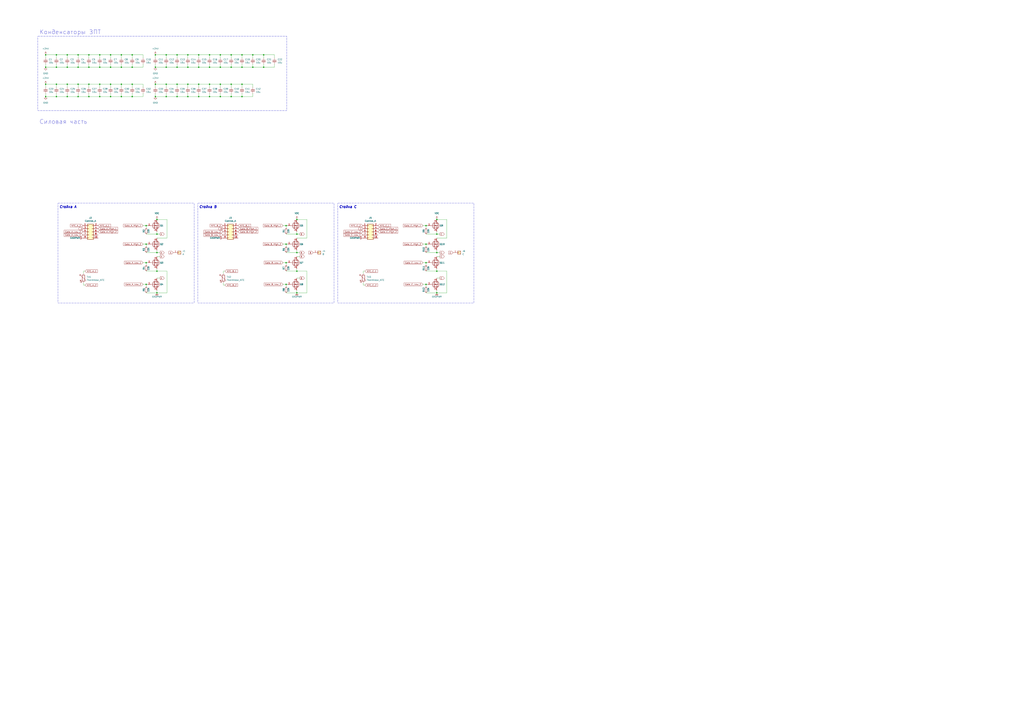
<source format=kicad_sch>
(kicad_sch (version 20231120) (generator "eeschema") (generator_version "8.0")
  (paper "A1")
  (lib_symbols
    (symbol "Connector_Generic:Conn_01x01" (pin_names (offset 1.016) hide)
      (property "Reference" "J" (at 0 2.54 0))
      (property "Value" "Conn_01x01" (at 0 -2.54 0))
      (symbol "Conn_01x01_1_1"
        (pin passive line (at -5.08 0 0) (length 3.81) (name "Pin_1") (number "1"))
      )
    )
    (symbol "Connector_Generic:Conn_02x05_Odd_Even" (pin_names (offset 1.016) hide)
      (property "Reference" "J" (at 1.27 7.62 0))
      (property "Value" "Conn_02x05_Odd_Even" (at 1.27 -7.62 0))
      (symbol "Conn_02x05_Odd_Even_1_1"
        (pin passive line (at -5.08 5.08 0) (length 3.81) (name "Pin_1") (number "1"))
        (pin passive line (at 7.62 -5.08 180) (length 3.81) (name "Pin_10") (number "10"))
        (pin passive line (at 7.62 5.08 180) (length 3.81) (name "Pin_2") (number "2"))
        (pin passive line (at -5.08 2.54 0) (length 3.81) (name "Pin_3") (number "3"))
        (pin passive line (at 7.62 2.54 180) (length 3.81) (name "Pin_4") (number "4"))
        (pin passive line (at -5.08 0 0) (length 3.81) (name "Pin_5") (number "5"))
        (pin passive line (at 7.62 0 180) (length 3.81) (name "Pin_6") (number "6"))
        (pin passive line (at -5.08 -2.54 0) (length 3.81) (name "Pin_7") (number "7"))
        (pin passive line (at 7.62 -2.54 180) (length 3.81) (name "Pin_8") (number "8"))
        (pin passive line (at -5.08 -5.08 0) (length 3.81) (name "Pin_9") (number "9"))
      )
    )
    (symbol "Device:C_Small" (pin_numbers hide) (pin_names (offset 0.254) hide)
      (property "Reference" "C" (at 0.254 1.778 0))
      (property "Value" "C_Small" (at 0.254 -2.032 0))
      (symbol "C_Small_1_1"
        (pin passive line (at 0 2.54 270) (length 2.032) (name "~") (number "1"))
        (pin passive line (at 0 -2.54 90) (length 2.032) (name "~") (number "2"))
      )
    )
    (symbol "Device:R_Small" (pin_numbers hide) (pin_names (offset 0.254) hide)
      (property "Reference" "R" (at 0.762 0.508 0))
      (property "Value" "R_Small" (at 0.762 -1.016 0))
      (symbol "R_Small_1_1"
        (pin passive line (at 0 2.54 270) (length 0.762) (name "~") (number "1"))
        (pin passive line (at 0 -2.54 90) (length 0.762) (name "~") (number "2"))
      )
    )
    (symbol "Device:Thermistor_NTC" (pin_numbers hide) (pin_names (offset 0))
      (property "Reference" "TH" (at -4.445 0 90))
      (property "Value" "Thermistor_NTC" (at 3.175 0 90))
      (symbol "Thermistor_NTC_1_1"
        (pin passive line (at 0 3.81 270) (length 1.27) (name "~") (number "1"))
        (pin passive line (at 0 -3.81 90) (length 1.27) (name "~") (number "2"))
      )
    )
    (symbol "Transistor_FET:2N7002" (pin_names hide)
      (property "Reference" "Q" (at 5.08 1.905 0))
      (property "Value" "2N7002" (at 5.08 0 0))
      (symbol "2N7002_1_1"
        (pin input line (at -5.08 0 0) (length 2.54) (name "G") (number "1"))
        (pin passive line (at 2.54 -5.08 90) (length 2.54) (name "S") (number "2"))
        (pin passive line (at 2.54 5.08 270) (length 2.54) (name "D") (number "3"))
      )
    )
    (symbol "power:+24V" (power) (pin_names (offset 0))
      (property "Value" "+24V" (at 0 3.556 0))
      (symbol "+24V_1_1"
        (pin power_in line (at 0 0 90) (length 0) hide (name "+24V") (number "1"))
      )
    )
    (symbol "power:GND" (power) (pin_names (offset 0))
      (property "Value" "GND" (at 0 -3.81 0))
      (symbol "GND_1_1"
        (pin power_in line (at 0 0 270) (length 0) hide (name "GND") (number "1"))
      )
    )
    (symbol "power:GNDPWR" (power) (pin_numbers hide) (pin_names (offset 0) hide)
      (property "Value" "GNDPWR" (at 0 -3.302 0))
      (symbol "GNDPWR_1_1"
        (pin power_in line (at 0 0 270) (length 0) (name "~") (number "1"))
      )
    )
    (symbol "power:VDC" (power) (pin_numbers hide) (pin_names (offset 0) hide)
      (property "Value" "VDC" (at 0 3.556 0))
      (symbol "VDC_1_1"
        (pin power_in line (at 0 0 90) (length 0) (name "~") (number "1"))
      )
    )
  )
  (junction (at 99.695 45.085))
  (junction (at 358.775 207.645))
  (junction (at 64.135 79.375))
  (junction (at 128.905 192.405))
  (junction (at 90.805 69.215))
  (junction (at 127.635 69.215))
  (junction (at 243.84 207.645))
  (junction (at 120.015 233.68))
  (junction (at 163.195 55.245))
  (junction (at 172.085 69.215))
  (junction (at 243.84 180.34))
  (junction (at 108.585 79.375))
  (junction (at 154.305 45.085))
  (junction (at 37.465 69.215))
  (junction (at 46.355 79.375))
  (junction (at 55.245 79.375))
  (junction (at 145.415 69.215))
  (junction (at 180.975 45.085))
  (junction (at 145.415 45.085))
  (junction (at 349.885 233.68))
  (junction (at 55.245 45.085))
  (junction (at 127.635 79.375))
  (junction (at 180.975 79.375))
  (junction (at 128.905 180.34))
  (junction (at 154.305 79.375))
  (junction (at 46.355 69.215))
  (junction (at 108.585 45.085))
  (junction (at 145.415 55.245))
  (junction (at 234.95 200.66))
  (junction (at 46.355 55.245))
  (junction (at 180.975 69.215))
  (junction (at 136.525 55.245))
  (junction (at 73.025 55.245))
  (junction (at 145.415 79.375))
  (junction (at 243.84 240.665))
  (junction (at 55.245 55.245))
  (junction (at 128.905 222.885))
  (junction (at 189.865 69.215))
  (junction (at 358.775 180.34))
  (junction (at 207.645 55.245))
  (junction (at 189.865 55.245))
  (junction (at 154.305 55.245))
  (junction (at 243.84 222.885))
  (junction (at 358.775 240.665))
  (junction (at 172.085 55.245))
  (junction (at 73.025 69.215))
  (junction (at 234.95 233.68))
  (junction (at 349.885 185.42))
  (junction (at 90.805 79.375))
  (junction (at 349.885 200.66))
  (junction (at 136.525 69.215))
  (junction (at 120.015 215.9))
  (junction (at 90.805 55.245))
  (junction (at 234.95 185.42))
  (junction (at 154.305 69.215))
  (junction (at 189.865 45.085))
  (junction (at 37.465 45.085))
  (junction (at 198.755 45.085))
  (junction (at 120.015 200.66))
  (junction (at 198.755 55.245))
  (junction (at 358.775 222.885))
  (junction (at 64.135 55.245))
  (junction (at 37.465 55.245))
  (junction (at 108.585 69.215))
  (junction (at 349.885 215.9))
  (junction (at 81.915 79.375))
  (junction (at 163.195 45.085))
  (junction (at 234.95 215.9))
  (junction (at 37.465 79.375))
  (junction (at 198.755 79.375))
  (junction (at 136.525 79.375))
  (junction (at 243.84 192.405))
  (junction (at 81.915 69.215))
  (junction (at 172.085 79.375))
  (junction (at 99.695 55.245))
  (junction (at 64.135 69.215))
  (junction (at 207.645 45.085))
  (junction (at 172.085 45.085))
  (junction (at 120.015 185.42))
  (junction (at 127.635 45.085))
  (junction (at 198.755 69.215))
  (junction (at 108.585 55.245))
  (junction (at 127.635 55.245))
  (junction (at 73.025 79.375))
  (junction (at 136.525 45.085))
  (junction (at 81.915 45.085))
  (junction (at 128.905 207.645))
  (junction (at 73.025 45.085))
  (junction (at 163.195 69.215))
  (junction (at 99.695 69.215))
  (junction (at 55.245 69.215))
  (junction (at 163.195 79.375))
  (junction (at 99.695 79.375))
  (junction (at 216.535 55.245))
  (junction (at 180.975 55.245))
  (junction (at 90.805 45.085))
  (junction (at 128.905 240.665))
  (junction (at 189.865 79.375))
  (junction (at 81.915 55.245))
  (junction (at 46.355 45.085))
  (junction (at 216.535 45.085))
  (junction (at 64.135 45.085))
  (junction (at 358.775 192.405))
  (wire (pts (xy 108.585 55.245) (xy 117.475 55.245)))
  (wire (pts (xy 117.475 71.755) (xy 117.475 69.215)))
  (wire (pts (xy 207.645 71.755) (xy 207.645 69.215)))
  (wire (pts (xy 128.905 228.6) (xy 131.445 228.6)))
  (wire (pts (xy 99.695 69.215) (xy 108.585 69.215)))
  (wire (pts (xy 172.085 45.085) (xy 172.085 47.625)))
  (wire (pts (xy 243.84 192.405) (xy 234.95 192.405)))
  (wire (pts (xy 120.015 233.68) (xy 121.285 233.68)))
  (wire (pts (xy 55.245 47.625) (xy 55.245 45.085)))
  (wire (pts (xy 347.345 233.68) (xy 349.885 233.68)))
  (wire (pts (xy 243.84 228.6) (xy 246.38 228.6)))
  (wire (pts (xy 172.085 69.215) (xy 180.975 69.215)))
  (wire (pts (xy 46.355 76.835) (xy 46.355 79.375)))
  (wire (pts (xy 232.41 200.66) (xy 234.95 200.66)))
  (wire (pts (xy 99.695 52.705) (xy 99.695 55.245)))
  (wire (pts (xy 243.84 210.82) (xy 246.38 210.82)))
  (wire (pts (xy 46.355 79.375) (xy 55.245 79.375)))
  (wire (pts (xy 128.905 238.76) (xy 128.905 240.665)))
  (wire (pts (xy 127.635 55.245) (xy 136.525 55.245)))
  (wire (pts (xy 243.84 207.645) (xy 246.38 207.645)))
  (wire (pts (xy 358.775 240.665) (xy 367.03 240.665)))
  (wire (pts (xy 55.245 76.835) (xy 55.245 79.375)))
  (wire (pts (xy 81.915 69.215) (xy 81.915 71.755)))
  (wire (pts (xy 358.775 205.74) (xy 358.775 207.645)))
  (wire (pts (xy 189.865 76.835) (xy 189.865 79.375)))
  (wire (pts (xy 189.865 71.755) (xy 189.865 69.215)))
  (wire (pts (xy 90.805 69.215) (xy 99.695 69.215)))
  (wire (pts (xy 234.95 233.68) (xy 234.95 235.585)))
  (wire (pts (xy 198.755 76.835) (xy 198.755 79.375)))
  (wire (pts (xy 145.415 55.245) (xy 154.305 55.245)))
  (wire (pts (xy 163.195 47.625) (xy 163.195 45.085)))
  (wire (pts (xy 46.355 45.085) (xy 46.355 47.625)))
  (wire (pts (xy 232.41 215.9) (xy 234.95 215.9)))
  (wire (pts (xy 128.905 240.665) (xy 120.015 240.665)))
  (wire (pts (xy 243.84 240.665) (xy 234.95 240.665)))
  (wire (pts (xy 243.84 207.645) (xy 234.95 207.645)))
  (wire (pts (xy 37.465 76.835) (xy 37.465 79.375)))
  (wire (pts (xy 184.785 234.315) (xy 183.515 234.315)))
  (wire (pts (xy 120.015 215.9) (xy 121.285 215.9)))
  (wire (pts (xy 358.775 207.645) (xy 349.885 207.645)))
  (wire (pts (xy 349.885 200.66) (xy 351.155 200.66)))
  (wire (pts (xy 163.195 69.215) (xy 172.085 69.215)))
  (wire (pts (xy 46.355 69.215) (xy 46.355 71.755)))
  (wire (pts (xy 243.84 192.405) (xy 246.38 192.405)))
  (wire (pts (xy 154.305 76.835) (xy 154.305 79.375)))
  (wire (pts (xy 99.695 79.375) (xy 108.585 79.375)))
  (wire (pts (xy 46.355 45.085) (xy 55.245 45.085)))
  (wire (pts (xy 252.095 195.58) (xy 252.095 180.34)))
  (wire (pts (xy 198.755 45.085) (xy 207.645 45.085)))
  (wire (pts (xy 127.635 52.705) (xy 127.635 55.245)))
  (wire (pts (xy 172.085 76.835) (xy 172.085 79.375)))
  (wire (pts (xy 117.475 233.68) (xy 120.015 233.68)))
  (wire (pts (xy 183.515 234.315) (xy 183.515 232.41)))
  (wire (pts (xy 128.905 222.885) (xy 120.015 222.885)))
  (wire (pts (xy 243.84 195.58) (xy 252.095 195.58)))
  (wire (pts (xy 108.585 47.625) (xy 108.585 45.085)))
  (wire (pts (xy 46.355 52.705) (xy 46.355 55.245)))
  (wire (pts (xy 99.695 47.625) (xy 99.695 45.085)))
  (wire (pts (xy 90.805 55.245) (xy 99.695 55.245)))
  (wire (pts (xy 64.135 76.835) (xy 64.135 79.375)))
  (wire (pts (xy 299.72 222.885) (xy 298.45 222.885)))
  (wire (pts (xy 299.72 234.315) (xy 298.45 234.315)))
  (wire (pts (xy 128.905 195.58) (xy 137.16 195.58)))
  (wire (pts (xy 108.585 52.705) (xy 108.585 55.245)))
  (wire (pts (xy 349.885 200.66) (xy 349.885 202.565)))
  (wire (pts (xy 358.775 192.405) (xy 361.315 192.405)))
  (wire (pts (xy 68.58 234.315) (xy 68.58 232.41)))
  (wire (pts (xy 136.525 76.835) (xy 136.525 79.375)))
  (wire (pts (xy 347.345 185.42) (xy 349.885 185.42)))
  (wire (pts (xy 137.16 222.885) (xy 137.16 240.665)))
  (wire (pts (xy 55.245 52.705) (xy 55.245 55.245)))
  (wire (pts (xy 136.525 79.375) (xy 145.415 79.375)))
  (wire (pts (xy 128.905 220.98) (xy 128.905 222.885)))
  (wire (pts (xy 90.805 71.755) (xy 90.805 69.215)))
  (wire (pts (xy 64.135 71.755) (xy 64.135 69.215)))
  (wire (pts (xy 90.805 76.835) (xy 90.805 79.375)))
  (wire (pts (xy 90.805 52.705) (xy 90.805 55.245)))
  (wire (pts (xy 234.95 185.42) (xy 234.95 187.325)))
  (wire (pts (xy 172.085 71.755) (xy 172.085 69.215)))
  (wire (pts (xy 136.525 55.245) (xy 145.415 55.245)))
  (wire (pts (xy 358.775 195.58) (xy 367.03 195.58)))
  (wire (pts (xy 189.865 47.625) (xy 189.865 45.085)))
  (wire (pts (xy 117.475 52.705) (xy 117.475 55.245)))
  (wire (pts (xy 189.865 55.245) (xy 198.755 55.245)))
  (wire (pts (xy 298.45 234.315) (xy 298.45 232.41)))
  (wire (pts (xy 234.95 185.42) (xy 236.22 185.42)))
  (wire (pts (xy 154.305 47.625) (xy 154.305 45.085)))
  (wire (pts (xy 189.865 52.705) (xy 189.865 55.245)))
  (wire (pts (xy 117.475 47.625) (xy 117.475 45.085)))
  (wire (pts (xy 73.025 76.835) (xy 73.025 79.375)))
  (wire (pts (xy 154.305 69.215) (xy 163.195 69.215)))
  (wire (pts (xy 73.025 47.625) (xy 73.025 45.085)))
  (wire (pts (xy 349.885 215.9) (xy 349.885 217.805)))
  (wire (pts (xy 128.905 190.5) (xy 128.905 192.405)))
  (wire (pts (xy 243.84 222.885) (xy 252.095 222.885)))
  (wire (pts (xy 349.885 233.68) (xy 351.155 233.68)))
  (wire (pts (xy 216.535 47.625) (xy 216.535 45.085)))
  (wire (pts (xy 207.645 55.245) (xy 216.535 55.245)))
  (wire (pts (xy 73.025 45.085) (xy 81.915 45.085)))
  (wire (pts (xy 64.135 45.085) (xy 73.025 45.085)))
  (wire (pts (xy 180.975 45.085) (xy 189.865 45.085)))
  (wire (pts (xy 37.465 55.245) (xy 46.355 55.245)))
  (wire (pts (xy 90.805 47.625) (xy 90.805 45.085)))
  (wire (pts (xy 358.775 192.405) (xy 349.885 192.405)))
  (wire (pts (xy 108.585 45.085) (xy 117.475 45.085)))
  (wire (pts (xy 136.525 45.085) (xy 145.415 45.085)))
  (wire (pts (xy 207.645 47.625) (xy 207.645 45.085)))
  (wire (pts (xy 180.975 71.755) (xy 180.975 69.215)))
  (wire (pts (xy 198.755 79.375) (xy 207.645 79.375)))
  (wire (pts (xy 347.345 200.66) (xy 349.885 200.66)))
  (wire (pts (xy 73.025 71.755) (xy 73.025 69.215)))
  (wire (pts (xy 73.025 69.215) (xy 81.915 69.215)))
  (wire (pts (xy 136.525 69.215) (xy 136.525 71.755)))
  (wire (pts (xy 120.015 185.42) (xy 121.285 185.42)))
  (wire (pts (xy 128.905 205.74) (xy 128.905 207.645)))
  (wire (pts (xy 145.415 76.835) (xy 145.415 79.375)))
  (wire (pts (xy 243.84 180.34) (xy 252.095 180.34)))
  (wire (pts (xy 108.585 76.835) (xy 108.585 79.375)))
  (wire (pts (xy 55.245 45.085) (xy 64.135 45.085)))
  (wire (pts (xy 243.84 190.5) (xy 243.84 192.405)))
  (wire (pts (xy 358.775 228.6) (xy 361.315 228.6)))
  (wire (pts (xy 55.245 69.215) (xy 64.135 69.215)))
  (wire (pts (xy 180.975 69.215) (xy 189.865 69.215)))
  (wire (pts (xy 46.355 69.215) (xy 55.245 69.215)))
  (wire (pts (xy 163.195 76.835) (xy 163.195 79.375)))
  (wire (pts (xy 108.585 69.215) (xy 117.475 69.215)))
  (wire (pts (xy 358.775 222.885) (xy 367.03 222.885)))
  (wire (pts (xy 145.415 47.625) (xy 145.415 45.085)))
  (wire (pts (xy 216.535 45.085) (xy 225.425 45.085)))
  (wire (pts (xy 358.775 207.645) (xy 361.315 207.645)))
  (wire (pts (xy 128.905 180.34) (xy 137.16 180.34)))
  (wire (pts (xy 358.775 210.82) (xy 361.315 210.82)))
  (wire (pts (xy 145.415 71.755) (xy 145.415 69.215)))
  (wire (pts (xy 120.015 185.42) (xy 120.015 187.325)))
  (wire (pts (xy 198.755 47.625) (xy 198.755 45.085)))
  (wire (pts (xy 99.695 45.085) (xy 108.585 45.085)))
  (wire (pts (xy 136.525 52.705) (xy 136.525 55.245)))
  (wire (pts (xy 90.805 45.085) (xy 99.695 45.085)))
  (wire (pts (xy 128.905 207.645) (xy 120.015 207.645)))
  (wire (pts (xy 349.885 233.68) (xy 349.885 235.585)))
  (wire (pts (xy 128.905 240.665) (xy 137.16 240.665)))
  (wire (pts (xy 117.475 76.835) (xy 117.475 79.375)))
  (wire (pts (xy 145.415 69.215) (xy 154.305 69.215)))
  (wire (pts (xy 358.775 220.98) (xy 358.775 222.885)))
  (wire (pts (xy 99.695 71.755) (xy 99.695 69.215)))
  (wire (pts (xy 207.645 52.705) (xy 207.645 55.245)))
  (wire (pts (xy 184.785 222.885) (xy 183.515 222.885)))
  (wire (pts (xy 183.515 222.885) (xy 183.515 224.79)))
  (wire (pts (xy 298.45 222.885) (xy 298.45 224.79)))
  (wire (pts (xy 225.425 45.085) (xy 225.425 47.625)))
  (wire (pts (xy 37.465 71.755) (xy 37.465 69.215)))
  (wire (pts (xy 154.305 71.755) (xy 154.305 69.215)))
  (wire (pts (xy 127.635 69.215) (xy 136.525 69.215)))
  (wire (pts (xy 163.195 52.705) (xy 163.195 55.245)))
  (wire (pts (xy 252.095 222.885) (xy 252.095 240.665)))
  (wire (pts (xy 120.015 233.68) (xy 120.015 235.585)))
  (wire (pts (xy 172.085 52.705) (xy 172.085 55.245)))
  (wire (pts (xy 127.635 79.375) (xy 136.525 79.375)))
  (wire (pts (xy 37.465 47.625) (xy 37.465 45.085)))
  (wire (pts (xy 358.775 190.5) (xy 358.775 192.405)))
  (wire (pts (xy 234.95 200.66) (xy 234.95 202.565)))
  (wire (pts (xy 216.535 52.705) (xy 216.535 55.245)))
  (wire (pts (xy 243.84 220.98) (xy 243.84 222.885)))
  (wire (pts (xy 128.905 192.405) (xy 120.015 192.405)))
  (wire (pts (xy 154.305 52.705) (xy 154.305 55.245)))
  (wire (pts (xy 172.085 55.245) (xy 180.975 55.245)))
  (wire (pts (xy 81.915 76.835) (xy 81.915 79.375)))
  (wire (pts (xy 68.58 222.885) (xy 68.58 224.79)))
  (wire (pts (xy 81.915 69.215) (xy 90.805 69.215)))
  (wire (pts (xy 127.635 76.835) (xy 127.635 79.375)))
  (wire (pts (xy 216.535 55.245) (xy 225.425 55.245)))
  (wire (pts (xy 189.865 45.085) (xy 198.755 45.085)))
  (wire (pts (xy 234.95 200.66) (xy 236.22 200.66)))
  (wire (pts (xy 163.195 45.085) (xy 172.085 45.085)))
  (wire (pts (xy 117.475 185.42) (xy 120.015 185.42)))
  (wire (pts (xy 232.41 233.68) (xy 234.95 233.68)))
  (wire (pts (xy 154.305 45.085) (xy 163.195 45.085)))
  (wire (pts (xy 64.135 55.245) (xy 73.025 55.245)))
  (wire (pts (xy 234.95 215.9) (xy 236.22 215.9)))
  (wire (pts (xy 243.84 240.665) (xy 252.095 240.665)))
  (wire (pts (xy 128.905 210.82) (xy 131.445 210.82)))
  (wire (pts (xy 55.245 55.245) (xy 64.135 55.245)))
  (wire (pts (xy 117.475 200.66) (xy 120.015 200.66)))
  (wire (pts (xy 154.305 79.375) (xy 163.195 79.375)))
  (wire (pts (xy 69.85 234.315) (xy 68.58 234.315)))
  (wire (pts (xy 180.975 52.705) (xy 180.975 55.245)))
  (wire (pts (xy 64.135 47.625) (xy 64.135 45.085)))
  (wire (pts (xy 120.015 200.66) (xy 121.285 200.66)))
  (wire (pts (xy 145.415 52.705) (xy 145.415 55.245)))
  (wire (pts (xy 198.755 69.215) (xy 207.645 69.215)))
  (wire (pts (xy 180.975 79.375) (xy 189.865 79.375)))
  (wire (pts (xy 198.755 55.245) (xy 207.645 55.245)))
  (wire (pts (xy 136.525 69.215) (xy 145.415 69.215)))
  (wire (pts (xy 81.915 55.245) (xy 90.805 55.245)))
  (wire (pts (xy 120.015 200.66) (xy 120.015 202.565)))
  (wire (pts (xy 55.245 79.375) (xy 64.135 79.375)))
  (wire (pts (xy 37.465 69.215) (xy 46.355 69.215)))
  (wire (pts (xy 358.775 240.665) (xy 349.885 240.665)))
  (wire (pts (xy 163.195 55.245) (xy 172.085 55.245)))
  (wire (pts (xy 232.41 185.42) (xy 234.95 185.42)))
  (wire (pts (xy 180.975 76.835) (xy 180.975 79.375)))
  (wire (pts (xy 207.645 45.085) (xy 216.535 45.085)))
  (wire (pts (xy 81.915 52.705) (xy 81.915 55.245)))
  (wire (pts (xy 64.135 69.215) (xy 73.025 69.215)))
  (wire (pts (xy 37.465 79.375) (xy 46.355 79.375)))
  (wire (pts (xy 120.015 215.9) (xy 120.015 217.805)))
  (wire (pts (xy 127.635 45.085) (xy 136.525 45.085)))
  (wire (pts (xy 349.885 185.42) (xy 349.885 187.325)))
  (wire (pts (xy 189.865 79.375) (xy 198.755 79.375)))
  (wire (pts (xy 145.415 45.085) (xy 154.305 45.085)))
  (wire (pts (xy 128.905 222.885) (xy 137.16 222.885)))
  (wire (pts (xy 189.865 69.215) (xy 198.755 69.215)))
  (wire (pts (xy 137.16 195.58) (xy 137.16 180.34)))
  (wire (pts (xy 358.775 180.34) (xy 367.03 180.34)))
  (wire (pts (xy 358.775 222.885) (xy 349.885 222.885)))
  (wire (pts (xy 172.085 45.085) (xy 180.975 45.085)))
  (wire (pts (xy 55.245 71.755) (xy 55.245 69.215)))
  (wire (pts (xy 128.905 207.645) (xy 131.445 207.645)))
  (wire (pts (xy 180.975 47.625) (xy 180.975 45.085)))
  (wire (pts (xy 73.025 52.705) (xy 73.025 55.245)))
  (wire (pts (xy 145.415 79.375) (xy 154.305 79.375)))
  (wire (pts (xy 243.84 222.885) (xy 234.95 222.885)))
  (wire (pts (xy 64.135 79.375) (xy 73.025 79.375)))
  (wire (pts (xy 163.195 79.375) (xy 172.085 79.375)))
  (wire (pts (xy 225.425 52.705) (xy 225.425 55.245)))
  (wire (pts (xy 154.305 55.245) (xy 163.195 55.245)))
  (wire (pts (xy 198.755 52.705) (xy 198.755 55.245)))
  (wire (pts (xy 180.975 55.245) (xy 189.865 55.245)))
  (wire (pts (xy 81.915 79.375) (xy 90.805 79.375)))
  (wire (pts (xy 73.025 55.245) (xy 81.915 55.245)))
  (wire (pts (xy 37.465 52.705) (xy 37.465 55.245)))
  (wire (pts (xy 207.645 76.835) (xy 207.645 79.375)))
  (wire (pts (xy 163.195 69.215) (xy 163.195 71.755)))
  (wire (pts (xy 349.885 185.42) (xy 351.155 185.42)))
  (wire (pts (xy 367.03 195.58) (xy 367.03 180.34)))
  (wire (pts (xy 108.585 79.375) (xy 117.475 79.375)))
  (wire (pts (xy 198.755 71.755) (xy 198.755 69.215)))
  (wire (pts (xy 234.95 233.68) (xy 236.22 233.68)))
  (wire (pts (xy 243.84 238.76) (xy 243.84 240.665)))
  (wire (pts (xy 69.85 222.885) (xy 68.58 222.885)))
  (wire (pts (xy 117.475 215.9) (xy 120.015 215.9)))
  (wire (pts (xy 136.525 45.085) (xy 136.525 47.625)))
  (wire (pts (xy 347.345 215.9) (xy 349.885 215.9)))
  (wire (pts (xy 99.695 55.245) (xy 108.585 55.245)))
  (wire (pts (xy 367.03 222.885) (xy 367.03 240.665)))
  (wire (pts (xy 64.135 52.705) (xy 64.135 55.245)))
  (wire (pts (xy 172.085 79.375) (xy 180.975 79.375)))
  (wire (pts (xy 128.905 192.405) (xy 131.445 192.405)))
  (wire (pts (xy 99.695 76.835) (xy 99.695 79.375)))
  (wire (pts (xy 81.915 45.085) (xy 81.915 47.625)))
  (wire (pts (xy 127.635 71.755) (xy 127.635 69.215)))
  (wire (pts (xy 234.95 215.9) (xy 234.95 217.805)))
  (wire (pts (xy 108.585 71.755) (xy 108.585 69.215)))
  (wire (pts (xy 37.465 45.085) (xy 46.355 45.085)))
  (wire (pts (xy 243.84 205.74) (xy 243.84 207.645)))
  (wire (pts (xy 73.025 79.375) (xy 81.915 79.375)))
  (wire (pts (xy 90.805 79.375) (xy 99.695 79.375)))
  (wire (pts (xy 349.885 215.9) (xy 351.155 215.9)))
  (wire (pts (xy 46.355 55.245) (xy 55.245 55.245)))
  (wire (pts (xy 358.775 238.76) (xy 358.775 240.665)))
  (wire (pts (xy 127.635 47.625) (xy 127.635 45.085)))
  (wire (pts (xy 81.915 45.085) (xy 90.805 45.085)))
  (rectangle (start 47.625 167.005) (end 159.385 248.92) (stroke (width 0) (type dash)))
  (rectangle (start 162.56 167.005) (end 274.32 248.92) (stroke (width 0) (type dash)))
  (rectangle (start 277.495 167.005) (end 389.255 248.92) (stroke (width 0) (type dash)))
  (rectangle (start 31.115 29.845) (end 235.585 90.805) (stroke (width 0) (type dash)))
  (text "Стойка А" (at 55.88 170.18 0) (effects (font (size 2 2) (thickness 0.4) (bold yes) (italic yes))))
  (text "Стойка B" (at 170.815 170.18 0) (effects (font (size 2 2) (thickness 0.4) (bold yes) (italic yes))))
  (text "Силовая часть" (at 32.385 102.235 0) (effects (font (size 3.5 3.5)) (justify left bottom)))
  (text "Конденсаторы ЗПТ" (at 32.385 28.575 0) (effects (font (size 3.5 3.5)) (justify left bottom)))
  (text "Стойка C\n" (at 285.75 170.18 0) (effects (font (size 2 2) (thickness 0.4) (bold yes) (italic yes))))
  (global_label "B" (shape output) (at 246.38 207.645 0) (property "Intersheetrefs" "${INTERSHEET_REFS}" (effects (hide yes))))
  (global_label "Gate_A_Low_1" (shape input) (at 117.475 215.9 180) (property "Intersheetrefs" "${INTERSHEET_REFS}" (effects (hide yes))))
  (global_label "Gate_A_High_2" (shape input) (at 80.645 190.5 0) (property "Intersheetrefs" "${INTERSHEET_REFS}" (effects (hide yes))))
  (global_label "Gate_B_Low_2" (shape input) (at 182.88 190.5 180) (property "Intersheetrefs" "${INTERSHEET_REFS}" (effects (hide yes))))
  (global_label "Gate_B_High_1" (shape input) (at 232.41 185.42 180) (property "Intersheetrefs" "${INTERSHEET_REFS}" (effects (hide yes))))
  (global_label "Gate_A_High_1" (shape input) (at 80.645 187.96 0) (property "Intersheetrefs" "${INTERSHEET_REFS}" (effects (hide yes))))
  (global_label "Gate_C_High_2" (shape input) (at 310.515 190.5 0) (property "Intersheetrefs" "${INTERSHEET_REFS}" (effects (hide yes))))
  (global_label "Gate_C_High_2" (shape input) (at 347.345 200.66 180) (property "Intersheetrefs" "${INTERSHEET_REFS}" (effects (hide yes))))
  (global_label "A" (shape output) (at 131.445 192.405 0) (property "Intersheetrefs" "${INTERSHEET_REFS}" (effects (hide yes))))
  (global_label "A" (shape input) (at 142.24 207.645 180) (property "Intersheetrefs" "${INTERSHEET_REFS}" (effects (hide yes))))
  (global_label "A" (shape output) (at 67.945 187.96 180) (property "Intersheetrefs" "${INTERSHEET_REFS}" (effects (hide yes))))
  (global_label "NTC_C_2" (shape input) (at 297.815 185.42 180) (property "Intersheetrefs" "${INTERSHEET_REFS}" (effects (hide yes))))
  (global_label "NTC_B_1" (shape input) (at 184.785 222.885 0) (property "Intersheetrefs" "${INTERSHEET_REFS}" (effects (hide yes))))
  (global_label "B" (shape output) (at 246.38 192.405 0) (property "Intersheetrefs" "${INTERSHEET_REFS}" (effects (hide yes))))
  (global_label "Gate_A_Low_2" (shape input) (at 67.945 190.5 180) (property "Intersheetrefs" "${INTERSHEET_REFS}" (effects (hide yes))))
  (global_label "B" (shape input) (at 257.175 207.645 180) (property "Intersheetrefs" "${INTERSHEET_REFS}" (effects (hide yes))))
  (global_label "Gate_A_Low_2" (shape input) (at 117.475 233.68 180) (property "Intersheetrefs" "${INTERSHEET_REFS}" (effects (hide yes))))
  (global_label "C" (shape output) (at 361.315 192.405 0) (property "Intersheetrefs" "${INTERSHEET_REFS}" (effects (hide yes))))
  (global_label "Gate_C_High_1" (shape input) (at 310.515 187.96 0) (property "Intersheetrefs" "${INTERSHEET_REFS}" (effects (hide yes))))
  (global_label "Gate_A_Low_1" (shape input) (at 67.945 193.04 180) (property "Intersheetrefs" "${INTERSHEET_REFS}" (effects (hide yes))))
  (global_label "Gate_B_High_2" (shape input) (at 195.58 190.5 0) (property "Intersheetrefs" "${INTERSHEET_REFS}" (effects (hide yes))))
  (global_label "A" (shape output) (at 131.445 207.645 0) (property "Intersheetrefs" "${INTERSHEET_REFS}" (effects (hide yes))))
  (global_label "NTC_B_1" (shape input) (at 195.58 185.42 0) (property "Intersheetrefs" "${INTERSHEET_REFS}" (effects (hide yes))))
  (global_label "C" (shape output) (at 361.315 228.6 0) (property "Intersheetrefs" "${INTERSHEET_REFS}" (effects (hide yes))))
  (global_label "Gate_B_Low_1" (shape input) (at 182.88 193.04 180) (property "Intersheetrefs" "${INTERSHEET_REFS}" (effects (hide yes))))
  (global_label "NTC_A_2" (shape input) (at 67.945 185.42 180) (property "Intersheetrefs" "${INTERSHEET_REFS}" (effects (hide yes))))
  (global_label "B" (shape output) (at 246.38 210.82 0) (property "Intersheetrefs" "${INTERSHEET_REFS}" (effects (hide yes))))
  (global_label "NTC_C_2" (shape input) (at 299.72 234.315 0) (property "Intersheetrefs" "${INTERSHEET_REFS}" (effects (hide yes))))
  (global_label "A" (shape output) (at 131.445 210.82 0) (property "Intersheetrefs" "${INTERSHEET_REFS}" (effects (hide yes))))
  (global_label "B" (shape output) (at 246.38 228.6 0) (property "Intersheetrefs" "${INTERSHEET_REFS}" (effects (hide yes))))
  (global_label "C" (shape output) (at 361.315 207.645 0) (property "Intersheetrefs" "${INTERSHEET_REFS}" (effects (hide yes))))
  (global_label "A" (shape output) (at 131.445 228.6 0) (property "Intersheetrefs" "${INTERSHEET_REFS}" (effects (hide yes))))
  (global_label "Gate_A_High_1" (shape input) (at 117.475 185.42 180) (property "Intersheetrefs" "${INTERSHEET_REFS}" (effects (hide yes))))
  (global_label "Gate_C_Low_2" (shape input) (at 297.815 190.5 180) (property "Intersheetrefs" "${INTERSHEET_REFS}" (effects (hide yes))))
  (global_label "NTC_B_2" (shape input) (at 182.88 185.42 180) (property "Intersheetrefs" "${INTERSHEET_REFS}" (effects (hide yes))))
  (global_label "C" (shape output) (at 297.815 187.96 180) (property "Intersheetrefs" "${INTERSHEET_REFS}" (effects (hide yes))))
  (global_label "C" (shape output) (at 361.315 210.82 0) (property "Intersheetrefs" "${INTERSHEET_REFS}" (effects (hide yes))))
  (global_label "Gate_A_High_2" (shape input) (at 117.475 200.66 180) (property "Intersheetrefs" "${INTERSHEET_REFS}" (effects (hide yes))))
  (global_label "NTC_C_1" (shape input) (at 299.72 222.885 0) (property "Intersheetrefs" "${INTERSHEET_REFS}" (effects (hide yes))))
  (global_label "B" (shape output) (at 182.88 187.96 180) (property "Intersheetrefs" "${INTERSHEET_REFS}" (effects (hide yes))))
  (global_label "NTC_C_1" (shape input) (at 310.515 185.42 0) (property "Intersheetrefs" "${INTERSHEET_REFS}" (effects (hide yes))))
  (global_label "NTC_A_1" (shape input) (at 69.85 222.885 0) (property "Intersheetrefs" "${INTERSHEET_REFS}" (effects (hide yes))))
  (global_label "NTC_B_2" (shape input) (at 184.785 234.315 0) (property "Intersheetrefs" "${INTERSHEET_REFS}" (effects (hide yes))))
  (global_label "Gate_B_Low_1" (shape input) (at 232.41 215.9 180) (property "Intersheetrefs" "${INTERSHEET_REFS}" (effects (hide yes))))
  (global_label "NTC_A_1" (shape input) (at 80.645 185.42 0) (property "Intersheetrefs" "${INTERSHEET_REFS}" (effects (hide yes))))
  (global_label "Gate_B_Low_2" (shape input) (at 232.41 233.68 180) (property "Intersheetrefs" "${INTERSHEET_REFS}" (effects (hide yes))))
  (global_label "Gate_C_High_1" (shape input) (at 347.345 185.42 180) (property "Intersheetrefs" "${INTERSHEET_REFS}" (effects (hide yes))))
  (global_label "NTC_A_2" (shape input) (at 69.85 234.315 0) (property "Intersheetrefs" "${INTERSHEET_REFS}" (effects (hide yes))))
  (global_label "Gate_C_Low_2" (shape input) (at 347.345 233.68 180) (property "Intersheetrefs" "${INTERSHEET_REFS}" (effects (hide yes))))
  (global_label "Gate_C_Low_1" (shape input) (at 347.345 215.9 180) (property "Intersheetrefs" "${INTERSHEET_REFS}" (effects (hide yes))))
  (global_label "Gate_C_Low_1" (shape input) (at 297.815 193.04 180) (property "Intersheetrefs" "${INTERSHEET_REFS}" (effects (hide yes))))
  (global_label "Gate_B_High_1" (shape input) (at 195.58 187.96 0) (property "Intersheetrefs" "${INTERSHEET_REFS}" (effects (hide yes))))
  (global_label "C" (shape input) (at 372.11 207.645 180) (property "Intersheetrefs" "${INTERSHEET_REFS}" (effects (hide yes))))
  (global_label "Gate_B_High_2" (shape input) (at 232.41 200.66 180) (property "Intersheetrefs" "${INTERSHEET_REFS}" (effects (hide yes))))
  (symbol (lib_id "power:+24V") (at 127.635 69.215 0) (unit 1)
    (property "Reference" "#PWR06" (effects (hide yes)))
    (property "Value" "+24V" (at 127.635 64.135 0))
  )
  (symbol (lib_id "Device:C_Small") (at 136.525 74.295 0) (unit 1)
    (property "Reference" "C34" (at 139.065 73.0313 0) (effects (justify left)))
    (property "Value" "10u" (at 139.065 75.5713 0) (effects (justify left)))
    (property "Footprint" "Capacitor_SMD:C_1210_3225Metric_Pad1.33x2.70mm_HandSolder" (effects (hide yes)))
  )
  (symbol (lib_id "Device:R_Small") (at 120.015 189.865 180) (unit 1)
    (property "Reference" "R2" (at 118.11 189.865 90))
    (property "Value" "10k" (at 121.92 189.865 90))
    (property "Footprint" "Resistor_SMD:R_0805_2012Metric_Pad1.20x1.40mm_HandSolder" (effects (hide yes)))
  )
  (symbol (lib_id "Device:C_Small") (at 172.085 74.295 0) (unit 1)
    (property "Reference" "C38" (at 174.625 73.0313 0) (effects (justify left)))
    (property "Value" "10u" (at 174.625 75.5713 0) (effects (justify left)))
    (property "Footprint" "Capacitor_SMD:C_1210_3225Metric_Pad1.33x2.70mm_HandSolder" (effects (hide yes)))
  )
  (symbol (lib_id "Device:R_Small") (at 234.95 189.865 180) (unit 1)
    (property "Reference" "R1" (at 233.045 189.865 90))
    (property "Value" "10k" (at 236.855 189.865 90))
    (property "Footprint" "Resistor_SMD:R_0805_2012Metric_Pad1.20x1.40mm_HandSolder" (effects (hide yes)))
  )
  (symbol (lib_id "Device:C_Small") (at 37.465 50.165 0) (unit 1)
    (property "Reference" "C1" (at 40.005 48.9013 0) (effects (justify left)))
    (property "Value" "10u" (at 40.005 51.4413 0) (effects (justify left)))
    (property "Footprint" "Capacitor_SMD:C_1210_3225Metric_Pad1.33x2.70mm_HandSolder" (effects (hide yes)))
  )
  (symbol (lib_id "Device:C_Small") (at 198.755 74.295 0) (unit 1)
    (property "Reference" "C41" (at 201.295 73.0313 0) (effects (justify left)))
    (property "Value" "10u" (at 201.295 75.5713 0) (effects (justify left)))
    (property "Footprint" "Capacitor_SMD:C_1210_3225Metric_Pad1.33x2.70mm_HandSolder" (effects (hide yes)))
  )
  (symbol (lib_id "Device:C_Small") (at 99.695 50.165 0) (unit 1)
    (property "Reference" "C8" (at 102.235 48.9013 0) (effects (justify left)))
    (property "Value" "10u" (at 102.235 51.4413 0) (effects (justify left)))
    (property "Footprint" "Capacitor_SMD:C_1210_3225Metric_Pad1.33x2.70mm_HandSolder" (effects (hide yes)))
  )
  (symbol (lib_id "Device:R_Small") (at 349.885 220.345 180) (unit 1)
    (property "Reference" "R11" (at 347.98 220.345 90))
    (property "Value" "10k" (at 351.79 220.345 90))
    (property "Footprint" "Resistor_SMD:R_0805_2012Metric_Pad1.20x1.40mm_HandSolder" (effects (hide yes)))
  )
  (symbol (lib_id "Device:R_Small") (at 349.885 238.125 180) (unit 1)
    (property "Reference" "R12" (at 347.98 238.125 90))
    (property "Value" "10k" (at 351.79 238.125 90))
    (property "Footprint" "Resistor_SMD:R_0805_2012Metric_Pad1.20x1.40mm_HandSolder" (effects (hide yes)))
  )
  (symbol (lib_id "Device:R_Small") (at 349.885 189.865 180) (unit 1)
    (property "Reference" "R9" (at 347.98 189.865 90))
    (property "Value" "10k" (at 351.79 189.865 90))
    (property "Footprint" "Resistor_SMD:R_0805_2012Metric_Pad1.20x1.40mm_HandSolder" (effects (hide yes)))
  )
  (symbol (lib_id "Transistor_FET:2N7002") (at 241.3 233.68 0) (unit 1)
    (property "Reference" "Q8" (at 246.38 233.68 0) (effects (justify left)))
    (property "Value" "2N7002" (effects (hide yes)))
    (property "Footprint" "MOSFET_MY:IPTG007N06NM5ATMA1" (effects (hide yes)))
  )
  (symbol (lib_id "Device:C_Small") (at 46.355 74.295 0) (unit 1)
    (property "Reference" "C24" (at 48.895 73.0313 0) (effects (justify left)))
    (property "Value" "10u" (at 48.895 75.5713 0) (effects (justify left)))
    (property "Footprint" "Capacitor_SMD:C_1210_3225Metric_Pad1.33x2.70mm_HandSolder" (effects (hide yes)))
  )
  (symbol (lib_id "Device:C_Small") (at 216.535 50.165 0) (unit 1)
    (property "Reference" "C21" (at 219.075 48.9013 0) (effects (justify left)))
    (property "Value" "10u" (at 219.075 51.4413 0) (effects (justify left)))
    (property "Footprint" "Capacitor_SMD:C_1210_3225Metric_Pad1.33x2.70mm_HandSolder" (effects (hide yes)))
  )
  (symbol (lib_id "Device:C_Small") (at 46.355 50.165 0) (unit 1)
    (property "Reference" "C2" (at 48.895 48.9013 0) (effects (justify left)))
    (property "Value" "10u" (at 48.895 51.4413 0) (effects (justify left)))
    (property "Footprint" "Capacitor_SMD:C_1210_3225Metric_Pad1.33x2.70mm_HandSolder" (effects (hide yes)))
  )
  (symbol (lib_id "Device:C_Small") (at 225.425 50.165 0) (unit 1)
    (property "Reference" "C22" (at 227.965 48.9013 0) (effects (justify left)))
    (property "Value" "10u" (at 227.965 51.4413 0) (effects (justify left)))
    (property "Footprint" "Capacitor_SMD:C_1210_3225Metric_Pad1.33x2.70mm_HandSolder" (effects (hide yes)))
  )
  (symbol (lib_id "power:GNDPWR") (at 297.815 195.58 270) (unit 1)
    (property "Reference" "#PWR016" (effects (hide yes)))
    (property "Value" "GNDPWR" (at 291.465 195.58 90))
    (property "Description" "Power symbol creates a global label with name \"GNDPWR\" , global ground" (effects (hide yes)))
  )
  (symbol (lib_id "power:GNDPWR") (at 182.88 195.58 270) (unit 1)
    (property "Reference" "#PWR011" (effects (hide yes)))
    (property "Value" "GNDPWR" (at 176.53 195.58 90))
    (property "Description" "Power symbol creates a global label with name \"GNDPWR\" , global ground" (effects (hide yes)))
  )
  (symbol (lib_id "Device:C_Small") (at 145.415 74.295 0) (unit 1)
    (property "Reference" "C35" (at 147.955 73.0313 0) (effects (justify left)))
    (property "Value" "10u" (at 147.955 75.5713 0) (effects (justify left)))
    (property "Footprint" "Capacitor_SMD:C_1210_3225Metric_Pad1.33x2.70mm_HandSolder" (effects (hide yes)))
  )
  (symbol (lib_id "Device:Thermistor_NTC") (at 298.45 228.6 0) (unit 1)
    (property "Reference" "TH3" (at 300.99 227.6474 0) (effects (justify left)))
    (property "Value" "Thermistor_NTC" (at 300.99 230.1874 0) (effects (justify left)))
    (property "Footprint" "Resistor_SMD:R_0603_1608Metric_Pad0.98x0.95mm_HandSolder" (effects (hide yes)))
    (property "Description" "Temperature dependent resistor, negative temperature coefficient" (effects (hide yes)))
  )
  (symbol (lib_id "Transistor_FET:2N7002") (at 126.365 233.68 0) (unit 1)
    (property "Reference" "Q4" (at 131.445 233.68 0) (effects (justify left)))
    (property "Value" "2N7002" (effects (hide yes)))
    (property "Footprint" "MOSFET_MY:IPTG007N06NM5ATMA1" (effects (hide yes)))
  )
  (symbol (lib_id "Device:C_Small") (at 163.195 50.165 0) (unit 1)
    (property "Reference" "C15" (at 165.735 48.9013 0) (effects (justify left)))
    (property "Value" "10u" (at 165.735 51.4413 0) (effects (justify left)))
    (property "Footprint" "Capacitor_SMD:C_1210_3225Metric_Pad1.33x2.70mm_HandSolder" (effects (hide yes)))
  )
  (symbol (lib_id "Transistor_FET:2N7002") (at 356.235 215.9 0) (unit 1)
    (property "Reference" "Q11" (at 361.315 215.9 0) (effects (justify left)))
    (property "Value" "2N7002" (effects (hide yes)))
    (property "Footprint" "MOSFET_MY:IPTG007N06NM5ATMA1" (effects (hide yes)))
  )
  (symbol (lib_id "power:GND") (at 127.635 55.245 0) (unit 1)
    (property "Reference" "#PWR04" (effects (hide yes)))
    (property "Value" "GND" (at 127.635 60.325 0))
  )
  (symbol (lib_id "Transistor_FET:2N7002") (at 356.235 185.42 0) (unit 1)
    (property "Reference" "Q9" (at 361.315 185.42 0) (effects (justify left)))
    (property "Value" "2N7002" (effects (hide yes)))
    (property "Footprint" "MOSFET_MY:IPTG007N06NM5ATMA1" (effects (hide yes)))
  )
  (symbol (lib_id "power:VDC") (at 358.775 180.34 0) (unit 1)
    (property "Reference" "#PWR015" (effects (hide yes)))
    (property "Value" "VDC" (at 358.775 175.26 0))
    (property "Description" "Power symbol creates a global label with name \"VDC\"" (effects (hide yes)))
  )
  (symbol (lib_id "Device:C_Small") (at 180.975 74.295 0) (unit 1)
    (property "Reference" "C39" (at 183.515 73.0313 0) (effects (justify left)))
    (property "Value" "10u" (at 183.515 75.5713 0) (effects (justify left)))
    (property "Footprint" "Capacitor_SMD:C_1210_3225Metric_Pad1.33x2.70mm_HandSolder" (effects (hide yes)))
  )
  (symbol (lib_id "power:GNDPWR") (at 128.905 240.665 0) (unit 1)
    (property "Reference" "#PWR013" (effects (hide yes)))
    (property "Value" "GNDPWR" (at 128.905 243.84 0))
    (property "Description" "Power symbol creates a global label with name \"GNDPWR\" , global ground" (effects (hide yes)))
  )
  (symbol (lib_id "Device:C_Small") (at 117.475 74.295 0) (unit 1)
    (property "Reference" "C32" (at 120.015 73.0313 0) (effects (justify left)))
    (property "Value" "10u" (at 120.015 75.5713 0) (effects (justify left)))
    (property "Footprint" "Capacitor_SMD:C_1210_3225Metric_Pad1.33x2.70mm_HandSolder" (effects (hide yes)))
  )
  (symbol (lib_id "Device:C_Small") (at 73.025 74.295 0) (unit 1)
    (property "Reference" "C27" (at 75.565 73.0313 0) (effects (justify left)))
    (property "Value" "10u" (at 75.565 75.5713 0) (effects (justify left)))
    (property "Footprint" "Capacitor_SMD:C_1210_3225Metric_Pad1.33x2.70mm_HandSolder" (effects (hide yes)))
  )
  (symbol (lib_id "Device:C_Small") (at 127.635 50.165 0) (unit 1)
    (property "Reference" "C11" (at 130.175 48.9013 0) (effects (justify left)))
    (property "Value" "10u" (at 130.175 51.4413 0) (effects (justify left)))
    (property "Footprint" "Capacitor_SMD:C_1210_3225Metric_Pad1.33x2.70mm_HandSolder" (effects (hide yes)))
  )
  (symbol (lib_id "Device:R_Small") (at 120.015 205.105 180) (unit 1)
    (property "Reference" "R3" (at 118.11 205.105 90))
    (property "Value" "10k" (at 121.92 205.105 90))
    (property "Footprint" "Resistor_SMD:R_0805_2012Metric_Pad1.20x1.40mm_HandSolder" (effects (hide yes)))
  )
  (symbol (lib_id "Device:R_Small") (at 120.015 238.125 180) (unit 1)
    (property "Reference" "R5" (at 118.11 238.125 90))
    (property "Value" "10k" (at 121.92 238.125 90))
    (property "Footprint" "Resistor_SMD:R_0805_2012Metric_Pad1.20x1.40mm_HandSolder" (effects (hide yes)))
  )
  (symbol (lib_id "Device:C_Small") (at 81.915 74.295 0) (unit 1)
    (property "Reference" "C28" (at 84.455 73.0313 0) (effects (justify left)))
    (property "Value" "10u" (at 84.455 75.5713 0) (effects (justify left)))
    (property "Footprint" "Capacitor_SMD:C_1210_3225Metric_Pad1.33x2.70mm_HandSolder" (effects (hide yes)))
  )
  (symbol (lib_id "Device:C_Small") (at 189.865 50.165 0) (unit 1)
    (property "Reference" "C18" (at 192.405 48.9013 0) (effects (justify left)))
    (property "Value" "10u" (at 192.405 51.4413 0) (effects (justify left)))
    (property "Footprint" "Capacitor_SMD:C_1210_3225Metric_Pad1.33x2.70mm_HandSolder" (effects (hide yes)))
  )
  (symbol (lib_id "Device:C_Small") (at 99.695 74.295 0) (unit 1)
    (property "Reference" "C30" (at 102.235 73.0313 0) (effects (justify left)))
    (property "Value" "10u" (at 102.235 75.5713 0) (effects (justify left)))
    (property "Footprint" "Capacitor_SMD:C_1210_3225Metric_Pad1.33x2.70mm_HandSolder" (effects (hide yes)))
  )
  (symbol (lib_id "power:+24V") (at 37.465 69.215 0) (unit 1)
    (property "Reference" "#PWR05" (effects (hide yes)))
    (property "Value" "+24V" (at 37.465 64.135 0))
  )
  (symbol (lib_id "Device:C_Small") (at 90.805 50.165 0) (unit 1)
    (property "Reference" "C7" (at 93.345 48.9013 0) (effects (justify left)))
    (property "Value" "10u" (at 93.345 51.4413 0) (effects (justify left)))
    (property "Footprint" "Capacitor_SMD:C_1210_3225Metric_Pad1.33x2.70mm_HandSolder" (effects (hide yes)))
  )
  (symbol (lib_id "Device:R_Small") (at 234.95 220.345 180) (unit 1)
    (property "Reference" "R7" (at 233.045 220.345 90))
    (property "Value" "10k" (at 236.855 220.345 90))
    (property "Footprint" "Resistor_SMD:R_0805_2012Metric_Pad1.20x1.40mm_HandSolder" (effects (hide yes)))
  )
  (symbol (lib_id "power:GNDPWR") (at 243.84 240.665 0) (unit 1)
    (property "Reference" "#PWR014" (effects (hide yes)))
    (property "Value" "GNDPWR" (at 243.84 243.84 0))
    (property "Description" "Power symbol creates a global label with name \"GNDPWR\" , global ground" (effects (hide yes)))
  )
  (symbol (lib_id "Device:C_Small") (at 108.585 50.165 0) (unit 1)
    (property "Reference" "C9" (at 111.125 48.9013 0) (effects (justify left)))
    (property "Value" "10u" (at 111.125 51.4413 0) (effects (justify left)))
    (property "Footprint" "Capacitor_SMD:C_1210_3225Metric_Pad1.33x2.70mm_HandSolder" (effects (hide yes)))
  )
  (symbol (lib_id "Transistor_FET:2N7002") (at 126.365 185.42 0) (unit 1)
    (property "Reference" "Q1" (at 131.445 185.42 0) (effects (justify left)))
    (property "Value" "2N7002" (effects (hide yes)))
    (property "Footprint" "MOSFET_MY:IPTG007N06NM5ATMA1" (effects (hide yes)))
  )
  (symbol (lib_id "Device:C_Small") (at 189.865 74.295 0) (unit 1)
    (property "Reference" "C40" (at 192.405 73.0313 0) (effects (justify left)))
    (property "Value" "10u" (at 192.405 75.5713 0) (effects (justify left)))
    (property "Footprint" "Capacitor_SMD:C_1210_3225Metric_Pad1.33x2.70mm_HandSolder" (effects (hide yes)))
  )
  (symbol (lib_id "Device:C_Small") (at 117.475 50.165 0) (unit 1)
    (property "Reference" "C10" (at 120.015 48.9013 0) (effects (justify left)))
    (property "Value" "10u" (at 120.015 51.4413 0) (effects (justify left)))
    (property "Footprint" "Capacitor_SMD:C_1210_3225Metric_Pad1.33x2.70mm_HandSolder" (effects (hide yes)))
  )
  (symbol (lib_id "Device:Thermistor_NTC") (at 68.58 228.6 0) (unit 1)
    (property "Reference" "TH1" (at 71.12 227.6474 0) (effects (justify left)))
    (property "Value" "Thermistor_NTC" (at 71.12 230.1874 0) (effects (justify left)))
    (property "Footprint" "Resistor_SMD:R_0603_1608Metric_Pad0.98x0.95mm_HandSolder" (effects (hide yes)))
    (property "Description" "Temperature dependent resistor, negative temperature coefficient" (effects (hide yes)))
  )
  (symbol (lib_id "Device:R_Small") (at 349.885 205.105 180) (unit 1)
    (property "Reference" "R10" (at 347.98 205.105 90))
    (property "Value" "10k" (at 351.79 205.105 90))
    (property "Footprint" "Resistor_SMD:R_0805_2012Metric_Pad1.20x1.40mm_HandSolder" (effects (hide yes)))
  )
  (symbol (lib_id "Device:C_Small") (at 127.635 74.295 0) (unit 1)
    (property "Reference" "C33" (at 130.175 73.0313 0) (effects (justify left)))
    (property "Value" "10u" (at 130.175 75.5713 0) (effects (justify left)))
    (property "Footprint" "Capacitor_SMD:C_1210_3225Metric_Pad1.33x2.70mm_HandSolder" (effects (hide yes)))
  )
  (symbol (lib_id "Device:Thermistor_NTC") (at 183.515 228.6 0) (unit 1)
    (property "Reference" "TH2" (at 186.055 227.6474 0) (effects (justify left)))
    (property "Value" "Thermistor_NTC" (at 186.055 230.1874 0) (effects (justify left)))
    (property "Footprint" "Resistor_SMD:R_0603_1608Metric_Pad0.98x0.95mm_HandSolder" (effects (hide yes)))
    (property "Description" "Temperature dependent resistor, negative temperature coefficient" (effects (hide yes)))
  )
  (symbol (lib_id "Device:C_Small") (at 198.755 50.165 0) (unit 1)
    (property "Reference" "C19" (at 201.295 48.9013 0) (effects (justify left)))
    (property "Value" "10u" (at 201.295 51.4413 0) (effects (justify left)))
    (property "Footprint" "Capacitor_SMD:C_1210_3225Metric_Pad1.33x2.70mm_HandSolder" (effects (hide yes)))
  )
  (symbol (lib_id "Device:C_Small") (at 55.245 50.165 0) (unit 1)
    (property "Reference" "C3" (at 57.785 48.9013 0) (effects (justify left)))
    (property "Value" "10u" (at 57.785 51.4413 0) (effects (justify left)))
    (property "Footprint" "Capacitor_SMD:C_1210_3225Metric_Pad1.33x2.70mm_HandSolder" (effects (hide yes)))
  )
  (symbol (lib_id "Device:C_Small") (at 73.025 50.165 0) (unit 1)
    (property "Reference" "C5" (at 75.565 48.9013 0) (effects (justify left)))
    (property "Value" "10u" (at 75.565 51.4413 0) (effects (justify left)))
    (property "Footprint" "Capacitor_SMD:C_1210_3225Metric_Pad1.33x2.70mm_HandSolder" (effects (hide yes)))
  )
  (symbol (lib_id "Device:C_Small") (at 81.915 50.165 0) (unit 1)
    (property "Reference" "C6" (at 84.455 48.9013 0) (effects (justify left)))
    (property "Value" "10u" (at 84.455 51.4413 0) (effects (justify left)))
    (property "Footprint" "Capacitor_SMD:C_1210_3225Metric_Pad1.33x2.70mm_HandSolder" (effects (hide yes)))
  )
  (symbol (lib_id "Device:R_Small") (at 234.95 205.105 180) (unit 1)
    (property "Reference" "R6" (at 233.045 205.105 90))
    (property "Value" "10k" (at 236.855 205.105 90))
    (property "Footprint" "Resistor_SMD:R_0805_2012Metric_Pad1.20x1.40mm_HandSolder" (effects (hide yes)))
  )
  (symbol (lib_id "Device:C_Small") (at 145.415 50.165 0) (unit 1)
    (property "Reference" "C13" (at 147.955 48.9013 0) (effects (justify left)))
    (property "Value" "10u" (at 147.955 51.4413 0) (effects (justify left)))
    (property "Footprint" "Capacitor_SMD:C_1210_3225Metric_Pad1.33x2.70mm_HandSolder" (effects (hide yes)))
  )
  (symbol (lib_id "power:VDC") (at 243.84 180.34 0) (unit 1)
    (property "Reference" "#PWR010" (effects (hide yes)))
    (property "Value" "VDC" (at 243.84 175.26 0))
    (property "Description" "Power symbol creates a global label with name \"VDC\"" (effects (hide yes)))
  )
  (symbol (lib_id "Transistor_FET:2N7002") (at 241.3 185.42 0) (unit 1)
    (property "Reference" "Q5" (at 246.38 185.42 0) (effects (justify left)))
    (property "Value" "2N7002" (effects (hide yes)))
    (property "Footprint" "MOSFET_MY:IPTG007N06NM5ATMA1" (effects (hide yes)))
  )
  (symbol (lib_id "power:+24V") (at 127.635 45.085 0) (unit 1)
    (property "Reference" "#PWR02" (effects (hide yes)))
    (property "Value" "+24V" (at 127.635 40.005 0))
  )
  (symbol (lib_id "Transistor_FET:2N7002") (at 356.235 200.66 0) (unit 1)
    (property "Reference" "Q10" (at 361.315 200.66 0) (effects (justify left)))
    (property "Value" "2N7002" (effects (hide yes)))
    (property "Footprint" "MOSFET_MY:IPTG007N06NM5ATMA1" (effects (hide yes)))
  )
  (symbol (lib_id "power:VDC") (at 128.905 180.34 0) (unit 1)
    (property "Reference" "#PWR09" (effects (hide yes)))
    (property "Value" "VDC" (at 128.905 175.26 0))
    (property "Description" "Power symbol creates a global label with name \"VDC\"" (effects (hide yes)))
  )
  (symbol (lib_id "Connector_Generic:Conn_01x01") (at 147.32 207.645 0) (unit 1)
    (property "Reference" "J1" (at 149.86 206.3749 0) (effects (justify left)))
    (property "Value" "A" (at 149.86 208.9149 0) (effects (justify left)))
    (property "Footprint" "Connector_My:Bush_M4" (effects (hide yes)))
    (property "Description" "Generic connector, single row, 01x01, script generated (kicad-library-utils/schlib/autogen/connector/)" (effects (hide yes)))
  )
  (symbol (lib_id "Device:C_Small") (at 207.645 74.295 0) (unit 1)
    (property "Reference" "C42" (at 210.185 73.0313 0) (effects (justify left)))
    (property "Value" "10u" (at 210.185 75.5713 0) (effects (justify left)))
    (property "Footprint" "Capacitor_SMD:C_1210_3225Metric_Pad1.33x2.70mm_HandSolder" (effects (hide yes)))
  )
  (symbol (lib_id "power:GNDPWR") (at 67.945 195.58 270) (unit 1)
    (property "Reference" "#PWR012" (effects (hide yes)))
    (property "Value" "GNDPWR" (at 61.595 195.58 90))
    (property "Description" "Power symbol creates a global label with name \"GNDPWR\" , global ground" (effects (hide yes)))
  )
  (symbol (lib_id "power:GND") (at 37.465 79.375 0) (unit 1)
    (property "Reference" "#PWR07" (effects (hide yes)))
    (property "Value" "GND" (at 37.465 84.455 0))
  )
  (symbol (lib_id "Device:C_Small") (at 180.975 50.165 0) (unit 1)
    (property "Reference" "C17" (at 183.515 48.9013 0) (effects (justify left)))
    (property "Value" "10u" (at 183.515 51.4413 0) (effects (justify left)))
    (property "Footprint" "Capacitor_SMD:C_1210_3225Metric_Pad1.33x2.70mm_HandSolder" (effects (hide yes)))
  )
  (symbol (lib_id "Transistor_FET:2N7002") (at 126.365 200.66 0) (unit 1)
    (property "Reference" "Q2" (at 131.445 200.66 0) (effects (justify left)))
    (property "Value" "2N7002" (effects (hide yes)))
    (property "Footprint" "MOSFET_MY:IPTG007N06NM5ATMA1" (effects (hide yes)))
  )
  (symbol (lib_id "Device:C_Small") (at 108.585 74.295 0) (unit 1)
    (property "Reference" "C31" (at 111.125 73.0313 0) (effects (justify left)))
    (property "Value" "10u" (at 111.125 75.5713 0) (effects (justify left)))
    (property "Footprint" "Capacitor_SMD:C_1210_3225Metric_Pad1.33x2.70mm_HandSolder" (effects (hide yes)))
  )
  (symbol (lib_id "Connector_Generic:Conn_01x01") (at 377.19 207.645 0) (unit 1)
    (property "Reference" "J6" (at 379.73 206.3749 0) (effects (justify left)))
    (property "Value" "C" (at 379.73 208.9149 0) (effects (justify left)))
    (property "Footprint" "Connector_My:Bush_M4" (effects (hide yes)))
    (property "Description" "Generic connector, single row, 01x01, script generated (kicad-library-utils/schlib/autogen/connector/)" (effects (hide yes)))
  )
  (symbol (lib_id "power:GND") (at 37.465 55.245 0) (unit 1)
    (property "Reference" "#PWR03" (effects (hide yes)))
    (property "Value" "GND" (at 37.465 60.325 0))
  )
  (symbol (lib_id "Transistor_FET:2N7002") (at 356.235 233.68 0) (unit 1)
    (property "Reference" "Q12" (at 361.315 233.68 0) (effects (justify left)))
    (property "Value" "2N7002" (effects (hide yes)))
    (property "Footprint" "MOSFET_MY:IPTG007N06NM5ATMA1" (effects (hide yes)))
  )
  (symbol (lib_id "Device:C_Small") (at 163.195 74.295 0) (unit 1)
    (property "Reference" "C37" (at 165.735 73.0313 0) (effects (justify left)))
    (property "Value" "10u" (at 165.735 75.5713 0) (effects (justify left)))
    (property "Footprint" "Capacitor_SMD:C_1210_3225Metric_Pad1.33x2.70mm_HandSolder" (effects (hide yes)))
  )
  (symbol (lib_id "Connector_Generic:Conn_02x05_Odd_Even") (at 187.96 190.5 0) (unit 1)
    (property "Reference" "J3" (at 189.23 179.07 0))
    (property "Value" "Control_A" (at 189.23 181.61 0))
    (property "Footprint" "Connector_My:11882750" (effects (hide yes)))
    (property "Description" "Generic connector, double row, 02x05, odd/even pin numbering scheme (row 1 odd numbers, row 2 even numbers), script generated (kicad-library-utils/schlib/autogen/connector/)" (effects (hide yes)))
  )
  (symbol (lib_id "Device:R_Small") (at 120.015 220.345 180) (unit 1)
    (property "Reference" "R4" (at 118.11 220.345 90))
    (property "Value" "10k" (at 121.92 220.345 90))
    (property "Footprint" "Resistor_SMD:R_0805_2012Metric_Pad1.20x1.40mm_HandSolder" (effects (hide yes)))
  )
  (symbol (lib_id "power:+24V") (at 37.465 45.085 0) (unit 1)
    (property "Reference" "#PWR01" (effects (hide yes)))
    (property "Value" "+24V" (at 37.465 40.005 0))
  )
  (symbol (lib_id "Transistor_FET:2N7002") (at 126.365 215.9 0) (unit 1)
    (property "Reference" "Q3" (at 131.445 215.9 0) (effects (justify left)))
    (property "Value" "2N7002" (effects (hide yes)))
    (property "Footprint" "MOSFET_MY:IPTG007N06NM5ATMA1" (effects (hide yes)))
  )
  (symbol (lib_id "Device:C_Small") (at 136.525 50.165 0) (unit 1)
    (property "Reference" "C12" (at 139.065 48.9013 0) (effects (justify left)))
    (property "Value" "10u" (at 139.065 51.4413 0) (effects (justify left)))
    (property "Footprint" "Capacitor_SMD:C_1210_3225Metric_Pad1.33x2.70mm_HandSolder" (effects (hide yes)))
  )
  (symbol (lib_id "power:GND") (at 127.635 79.375 0) (unit 1)
    (property "Reference" "#PWR08" (effects (hide yes)))
    (property "Value" "GND" (at 127.635 84.455 0))
  )
  (symbol (lib_id "Transistor_FET:2N7002") (at 241.3 215.9 0) (unit 1)
    (property "Reference" "Q7" (at 246.38 215.9 0) (effects (justify left)))
    (property "Value" "2N7002" (effects (hide yes)))
    (property "Footprint" "MOSFET_MY:IPTG007N06NM5ATMA1" (effects (hide yes)))
  )
  (symbol (lib_id "Device:C_Small") (at 90.805 74.295 0) (unit 1)
    (property "Reference" "C29" (at 93.345 73.0313 0) (effects (justify left)))
    (property "Value" "10u" (at 93.345 75.5713 0) (effects (justify left)))
    (property "Footprint" "Capacitor_SMD:C_1210_3225Metric_Pad1.33x2.70mm_HandSolder" (effects (hide yes)))
  )
  (symbol (lib_id "Connector_Generic:Conn_02x05_Odd_Even") (at 302.895 190.5 0) (unit 1)
    (property "Reference" "J5" (at 304.165 179.07 0))
    (property "Value" "Control_A" (at 304.165 181.61 0))
    (property "Footprint" "Connector_My:11882750" (effects (hide yes)))
    (property "Description" "Generic connector, double row, 02x05, odd/even pin numbering scheme (row 1 odd numbers, row 2 even numbers), script generated (kicad-library-utils/schlib/autogen/connector/)" (effects (hide yes)))
  )
  (symbol (lib_id "power:GNDPWR") (at 358.775 240.665 0) (unit 1)
    (property "Reference" "#PWR017" (effects (hide yes)))
    (property "Value" "GNDPWR" (at 358.775 243.84 0))
    (property "Description" "Power symbol creates a global label with name \"GNDPWR\" , global ground" (effects (hide yes)))
  )
  (symbol (lib_id "Device:C_Small") (at 37.465 74.295 0) (unit 1)
    (property "Reference" "C23" (at 40.005 73.0313 0) (effects (justify left)))
    (property "Value" "10u" (at 40.005 75.5713 0) (effects (justify left)))
    (property "Footprint" "Capacitor_SMD:C_1210_3225Metric_Pad1.33x2.70mm_HandSolder" (effects (hide yes)))
  )
  (symbol (lib_id "Device:C_Small") (at 154.305 50.165 0) (unit 1)
    (property "Reference" "C14" (at 156.845 48.9013 0) (effects (justify left)))
    (property "Value" "10u" (at 156.845 51.4413 0) (effects (justify left)))
    (property "Footprint" "Capacitor_SMD:C_1210_3225Metric_Pad1.33x2.70mm_HandSolder" (effects (hide yes)))
  )
  (symbol (lib_id "Device:R_Small") (at 234.95 238.125 180) (unit 1)
    (property "Reference" "R8" (at 233.045 238.125 90))
    (property "Value" "10k" (at 236.855 238.125 90))
    (property "Footprint" "Resistor_SMD:R_0805_2012Metric_Pad1.20x1.40mm_HandSolder" (effects (hide yes)))
  )
  (symbol (lib_id "Device:C_Small") (at 172.085 50.165 0) (unit 1)
    (property "Reference" "C16" (at 174.625 48.9013 0) (effects (justify left)))
    (property "Value" "10u" (at 174.625 51.4413 0) (effects (justify left)))
    (property "Footprint" "Capacitor_SMD:C_1210_3225Metric_Pad1.33x2.70mm_HandSolder" (effects (hide yes)))
  )
  (symbol (lib_id "Connector_Generic:Conn_01x01") (at 262.255 207.645 0) (unit 1)
    (property "Reference" "J4" (at 264.795 206.3749 0) (effects (justify left)))
    (property "Value" "B" (at 264.795 208.9149 0) (effects (justify left)))
    (property "Footprint" "Connector_My:Bush_M4" (effects (hide yes)))
    (property "Description" "Generic connector, single row, 01x01, script generated (kicad-library-utils/schlib/autogen/connector/)" (effects (hide yes)))
  )
  (symbol (lib_id "Device:C_Small") (at 207.645 50.165 0) (unit 1)
    (property "Reference" "C20" (at 210.185 48.9013 0) (effects (justify left)))
    (property "Value" "10u" (at 210.185 51.4413 0) (effects (justify left)))
    (property "Footprint" "Capacitor_SMD:C_1210_3225Metric_Pad1.33x2.70mm_HandSolder" (effects (hide yes)))
  )
  (symbol (lib_id "Device:C_Small") (at 64.135 74.295 0) (unit 1)
    (property "Reference" "C26" (at 66.675 73.0313 0) (effects (justify left)))
    (property "Value" "10u" (at 66.675 75.5713 0) (effects (justify left)))
    (property "Footprint" "Capacitor_SMD:C_1210_3225Metric_Pad1.33x2.70mm_HandSolder" (effects (hide yes)))
  )
  (symbol (lib_id "Transistor_FET:2N7002") (at 241.3 200.66 0) (unit 1)
    (property "Reference" "Q6" (at 246.38 200.66 0) (effects (justify left)))
    (property "Value" "2N7002" (effects (hide yes)))
    (property "Footprint" "MOSFET_MY:IPTG007N06NM5ATMA1" (effects (hide yes)))
  )
  (symbol (lib_id "Device:C_Small") (at 55.245 74.295 0) (unit 1)
    (property "Reference" "C25" (at 57.785 73.0313 0) (effects (justify left)))
    (property "Value" "10u" (at 57.785 75.5713 0) (effects (justify left)))
    (property "Footprint" "Capacitor_SMD:C_1210_3225Metric_Pad1.33x2.70mm_HandSolder" (effects (hide yes)))
  )
  (symbol (lib_id "Connector_Generic:Conn_02x05_Odd_Even") (at 73.025 190.5 0) (unit 1)
    (property "Reference" "J2" (at 74.295 179.07 0))
    (property "Value" "Control_A" (at 74.295 181.61 0))
    (property "Footprint" "Connector_My:11882750" (effects (hide yes)))
    (property "Description" "Generic connector, double row, 02x05, odd/even pin numbering scheme (row 1 odd numbers, row 2 even numbers), script generated (kicad-library-utils/schlib/autogen/connector/)" (effects (hide yes)))
  )
  (symbol (lib_id "Device:C_Small") (at 64.135 50.165 0) (unit 1)
    (property "Reference" "C4" (at 66.675 48.9013 0) (effects (justify left)))
    (property "Value" "10u" (at 66.675 51.4413 0) (effects (justify left)))
    (property "Footprint" "Capacitor_SMD:C_1210_3225Metric_Pad1.33x2.70mm_HandSolder" (effects (hide yes)))
  )
  (symbol (lib_id "Device:C_Small") (at 154.305 74.295 0) (unit 1)
    (property "Reference" "C36" (at 156.845 73.0313 0) (effects (justify left)))
    (property "Value" "10u" (at 156.845 75.5713 0) (effects (justify left)))
    (property "Footprint" "Capacitor_SMD:C_1210_3225Metric_Pad1.33x2.70mm_HandSolder" (effects (hide yes)))
  )
)
</source>
